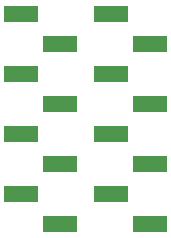
<source format=gbs>
G04 #@! TF.FileFunction,Soldermask,Bot*
%FSLAX46Y46*%
G04 Gerber Fmt 4.6, Leading zero omitted, Abs format (unit mm)*
G04 Created by KiCad (PCBNEW 4.0.7-e2-6376~58~ubuntu16.04.1) date Sat Jan 13 09:42:42 2018*
%MOMM*%
%LPD*%
G01*
G04 APERTURE LIST*
%ADD10C,0.100000*%
%ADD11R,2.910000X1.400000*%
G04 APERTURE END LIST*
D10*
D11*
X146312000Y-98679000D03*
X146312000Y-103759000D03*
X146312000Y-108839000D03*
X146312000Y-113919000D03*
X143002000Y-96139000D03*
X143002000Y-101219000D03*
X143002000Y-106299000D03*
X143002000Y-111379000D03*
X153932000Y-98679000D03*
X153932000Y-103759000D03*
X153932000Y-108839000D03*
X153932000Y-113919000D03*
X150622000Y-96139000D03*
X150622000Y-101219000D03*
X150622000Y-106299000D03*
X150622000Y-111379000D03*
M02*

</source>
